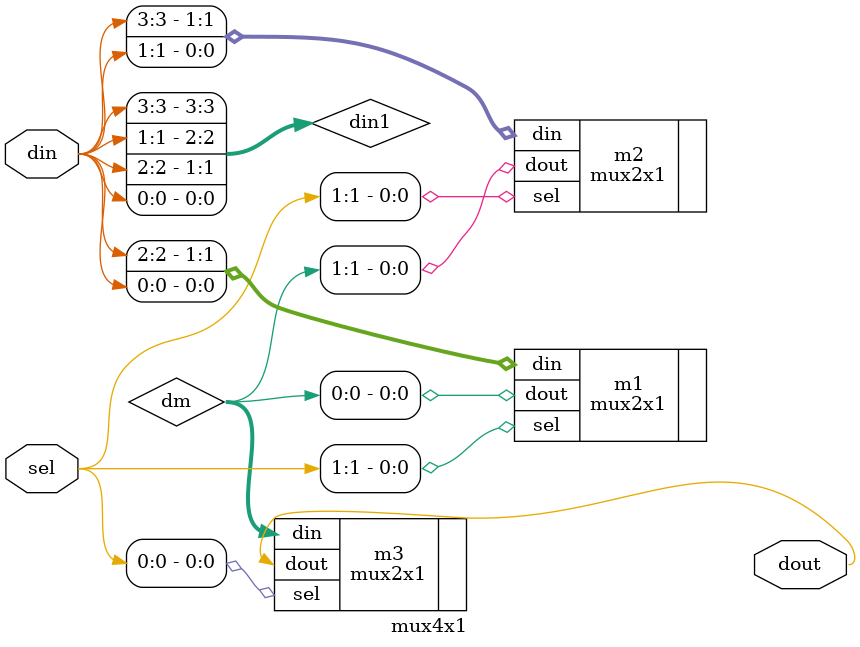
<source format=v>

`timescale 1 ns / 1 ns
`include "mux2x1.v"

module mux4x1 (
	output dout,
	input [1:0] sel,
	input [3:0] din
	
);
wire [1:0] dm;

wire [3:0] din1 = {din[3], din[1], din[2], din[0]};

mux2x1 m1(.dout(dm[0]),
	.sel(sel[1]),
	.din(din1[1:0]));

mux2x1 m2(.dout(dm[1]),
	.sel(sel[1]),
	.din(din1[3:2]));

mux2x1 m3(.dout(dout),
	.sel(sel[0]),
	.din(dm));

endmodule
</source>
